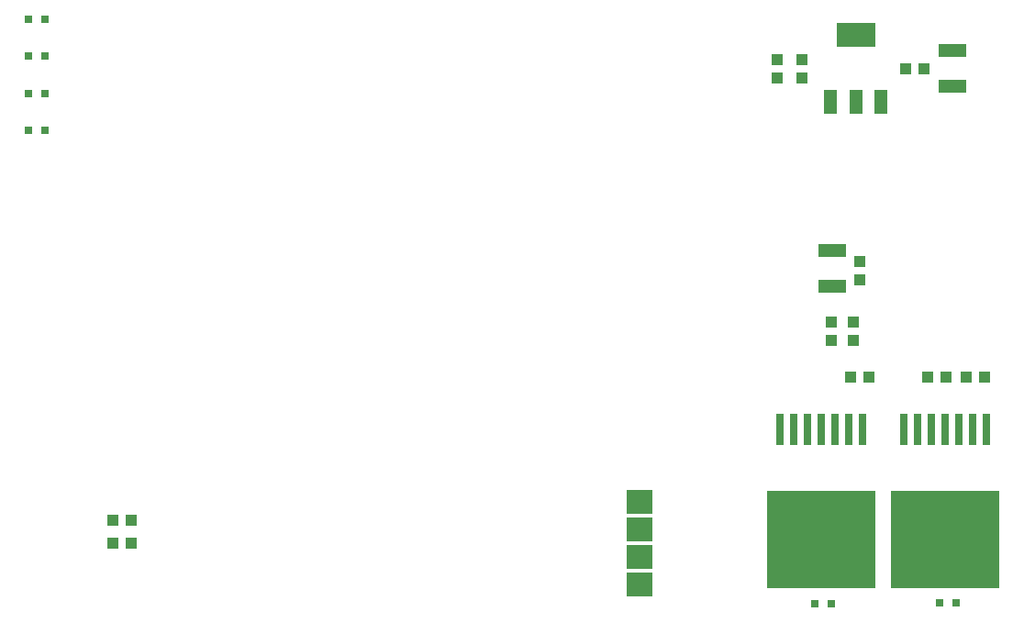
<source format=gtp>
G75*
G70*
%OFA0B0*%
%FSLAX24Y24*%
%IPPOS*%
%LPD*%
%AMOC8*
5,1,8,0,0,1.08239X$1,22.5*
%
%ADD10R,0.0315X0.1181*%
%ADD11R,0.3937X0.3543*%
%ADD12R,0.0433X0.0394*%
%ADD13R,0.0315X0.0315*%
%ADD14R,0.0250X0.0500*%
%ADD15R,0.0960X0.0900*%
%ADD16R,0.0984X0.0472*%
%ADD17R,0.0394X0.0433*%
%ADD18R,0.0480X0.0880*%
%ADD19R,0.1417X0.0866*%
D10*
X029703Y007786D03*
X030203Y007786D03*
X030703Y007786D03*
X031203Y007786D03*
X031703Y007786D03*
X032203Y007786D03*
X032703Y007786D03*
X034203Y007786D03*
X034703Y007786D03*
X035203Y007786D03*
X035703Y007786D03*
X036203Y007786D03*
X036703Y007786D03*
X037203Y007786D03*
D11*
X035703Y003809D03*
X031203Y003809D03*
D12*
X005469Y003661D03*
X006138Y003661D03*
X006138Y004511D03*
X005469Y004511D03*
X032269Y009711D03*
X032938Y009711D03*
X035069Y009711D03*
X035738Y009711D03*
X036469Y009711D03*
X037138Y009711D03*
X034938Y020911D03*
X034269Y020911D03*
D13*
X035508Y001511D03*
X036099Y001511D03*
X031549Y001461D03*
X030958Y001461D03*
X002999Y018661D03*
X002408Y018661D03*
X002408Y020011D03*
X002999Y020011D03*
X002999Y021361D03*
X002408Y021361D03*
X002408Y022711D03*
X002999Y022711D03*
D14*
X024426Y005161D03*
X024780Y005161D03*
X024780Y004161D03*
X024426Y004161D03*
X024426Y003161D03*
X024780Y003161D03*
X024780Y002161D03*
X024426Y002161D03*
D15*
X024603Y002161D03*
X024603Y003161D03*
X024603Y004161D03*
X024603Y005161D03*
D16*
X031603Y013012D03*
X031603Y014311D03*
X035953Y020262D03*
X035953Y021561D03*
D17*
X030503Y021246D03*
X030503Y020577D03*
X029603Y020577D03*
X029603Y021246D03*
X032603Y013896D03*
X032603Y013227D03*
X032353Y011696D03*
X032353Y011027D03*
X031553Y011027D03*
X031553Y011696D03*
D18*
X031543Y019691D03*
X032453Y019691D03*
X033363Y019691D03*
D19*
X032453Y022131D03*
M02*

</source>
